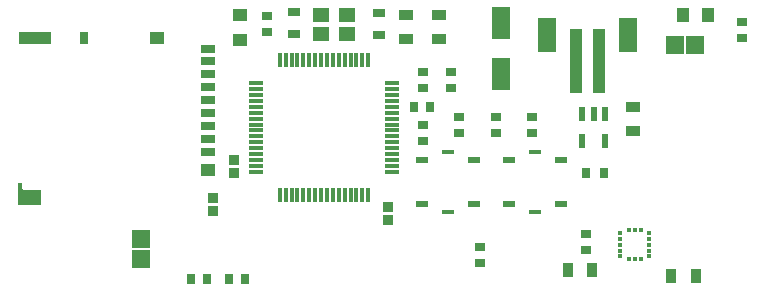
<source format=gbr>
G04*
G04 #@! TF.GenerationSoftware,Altium Limited,Altium Designer,22.4.2 (48)*
G04*
G04 Layer_Color=8421504*
%FSLAX25Y25*%
%MOIN*%
G70*
G04*
G04 #@! TF.SameCoordinates,35B363B0-4A87-487E-8715-F30847FC6155*
G04*
G04*
G04 #@! TF.FilePolarity,Positive*
G04*
G01*
G75*
%ADD10C,0.04507*%
%ADD11R,0.11024X0.03937*%
%ADD12R,0.04724X0.03937*%
%ADD13R,0.03150X0.03937*%
%ADD14R,0.04724X0.02756*%
%ADD15R,0.03197X0.03666*%
%ADD16R,0.03765X0.04749*%
%ADD17R,0.04749X0.03765*%
%ADD18R,0.03937X0.01772*%
%ADD19R,0.03937X0.02362*%
%ADD20R,0.06299X0.11811*%
%ADD21R,0.03937X0.21654*%
%ADD22R,0.01378X0.01772*%
%ADD23R,0.01772X0.01378*%
%ADD24R,0.03197X0.02593*%
%ADD25R,0.03150X0.03543*%
%ADD26R,0.06127X0.06213*%
%ADD27R,0.06213X0.06127*%
%ADD28R,0.02593X0.03197*%
%ADD29R,0.05512X0.04528*%
%ADD30R,0.02362X0.04724*%
%ADD31R,0.04331X0.04724*%
%ADD32R,0.04724X0.04331*%
%ADD33R,0.04355X0.02977*%
%ADD34R,0.04724X0.01181*%
%ADD35R,0.01181X0.04724*%
%ADD36R,0.06299X0.11024*%
G36*
X212587Y337870D02*
X213177Y337280D01*
X218689D01*
Y332161D01*
X211209D01*
Y339445D01*
X212587D01*
Y337870D01*
D02*
G37*
D10*
X215988Y334665D02*
D03*
D11*
X216720Y387870D02*
D03*
D12*
X257469D02*
D03*
X274398Y343972D02*
D03*
D13*
X233059Y387870D02*
D03*
D14*
X274398Y384130D02*
D03*
Y380390D02*
D03*
Y376059D02*
D03*
Y371728D02*
D03*
Y367398D02*
D03*
Y363067D02*
D03*
Y358736D02*
D03*
Y354406D02*
D03*
Y350075D02*
D03*
D15*
X276000Y334628D02*
D03*
Y330372D02*
D03*
X334500Y327372D02*
D03*
Y331628D02*
D03*
X283000Y342872D02*
D03*
Y347128D02*
D03*
D16*
X394429Y310500D02*
D03*
X402500D02*
D03*
X428965Y308500D02*
D03*
X437035D02*
D03*
D17*
X416000Y365035D02*
D03*
Y356965D02*
D03*
X351500Y395500D02*
D03*
Y387429D02*
D03*
X340500Y395535D02*
D03*
Y387465D02*
D03*
D18*
X383500Y330000D02*
D03*
Y349882D02*
D03*
X354500Y349941D02*
D03*
Y330059D02*
D03*
D19*
X374839Y332657D02*
D03*
Y347224D02*
D03*
X392161Y332657D02*
D03*
Y347224D02*
D03*
X363161Y347284D02*
D03*
Y332717D02*
D03*
X345839Y347284D02*
D03*
Y332717D02*
D03*
D20*
X414386Y389000D02*
D03*
X387614D02*
D03*
D21*
X397063Y380142D02*
D03*
X404937D02*
D03*
D22*
X418646Y314209D02*
D03*
X416677D02*
D03*
X414709D02*
D03*
Y323854D02*
D03*
X416677D02*
D03*
X418646D02*
D03*
D23*
X411854Y315094D02*
D03*
Y317063D02*
D03*
Y319032D02*
D03*
Y321000D02*
D03*
Y322969D02*
D03*
X421500D02*
D03*
Y321000D02*
D03*
Y319032D02*
D03*
Y317063D02*
D03*
Y315094D02*
D03*
D24*
X400500Y317336D02*
D03*
Y322664D02*
D03*
X346000Y359000D02*
D03*
Y353672D02*
D03*
X382500Y361664D02*
D03*
Y356336D02*
D03*
X370500D02*
D03*
Y361664D02*
D03*
X358000Y356336D02*
D03*
Y361664D02*
D03*
X294000Y395328D02*
D03*
Y390000D02*
D03*
X346000Y376664D02*
D03*
Y371336D02*
D03*
X365000Y318164D02*
D03*
Y312836D02*
D03*
X355500Y376664D02*
D03*
Y371336D02*
D03*
X452500Y387836D02*
D03*
Y393164D02*
D03*
D25*
X406406Y343000D02*
D03*
X400500D02*
D03*
D26*
X252000Y314098D02*
D03*
Y320902D02*
D03*
D27*
X430000Y385500D02*
D03*
X436804D02*
D03*
D28*
X286664Y307500D02*
D03*
X281336D02*
D03*
X274164D02*
D03*
X268836D02*
D03*
X348500Y365000D02*
D03*
X343172D02*
D03*
D29*
X320831Y395650D02*
D03*
X312169D02*
D03*
Y389350D02*
D03*
X320831D02*
D03*
D30*
X406740Y353445D02*
D03*
X399260D02*
D03*
Y362500D02*
D03*
X403000D02*
D03*
X406740D02*
D03*
D31*
X432866Y395500D02*
D03*
X441134D02*
D03*
D32*
X285000Y387366D02*
D03*
Y395634D02*
D03*
D33*
X331500Y388858D02*
D03*
Y396142D02*
D03*
X303000Y396642D02*
D03*
Y389358D02*
D03*
D34*
X335776Y372843D02*
D03*
Y370874D02*
D03*
Y368906D02*
D03*
Y366937D02*
D03*
Y364969D02*
D03*
Y363000D02*
D03*
Y361032D02*
D03*
Y359063D02*
D03*
Y357095D02*
D03*
Y355126D02*
D03*
Y353158D02*
D03*
Y351189D02*
D03*
Y349221D02*
D03*
Y347252D02*
D03*
Y345284D02*
D03*
Y343315D02*
D03*
X290500D02*
D03*
Y345284D02*
D03*
Y347252D02*
D03*
Y349221D02*
D03*
Y351189D02*
D03*
Y353158D02*
D03*
Y355126D02*
D03*
Y357095D02*
D03*
Y359063D02*
D03*
Y361032D02*
D03*
Y363000D02*
D03*
Y364969D02*
D03*
Y366937D02*
D03*
Y368906D02*
D03*
Y370874D02*
D03*
Y372843D02*
D03*
D35*
X327902Y335441D02*
D03*
X325933D02*
D03*
X323965D02*
D03*
X321996D02*
D03*
X320028D02*
D03*
X318059D02*
D03*
X316091D02*
D03*
X314122D02*
D03*
X312154D02*
D03*
X310185D02*
D03*
X308217D02*
D03*
X306248D02*
D03*
X304280D02*
D03*
X302311D02*
D03*
X300343D02*
D03*
X298374D02*
D03*
Y380717D02*
D03*
X300343D02*
D03*
X302311D02*
D03*
X304280D02*
D03*
X306248D02*
D03*
X308217D02*
D03*
X310185D02*
D03*
X312154D02*
D03*
X314122D02*
D03*
X316091D02*
D03*
X318059D02*
D03*
X320028D02*
D03*
X321996D02*
D03*
X323965D02*
D03*
X325933D02*
D03*
X327902D02*
D03*
D36*
X372000Y376035D02*
D03*
Y392965D02*
D03*
M02*

</source>
